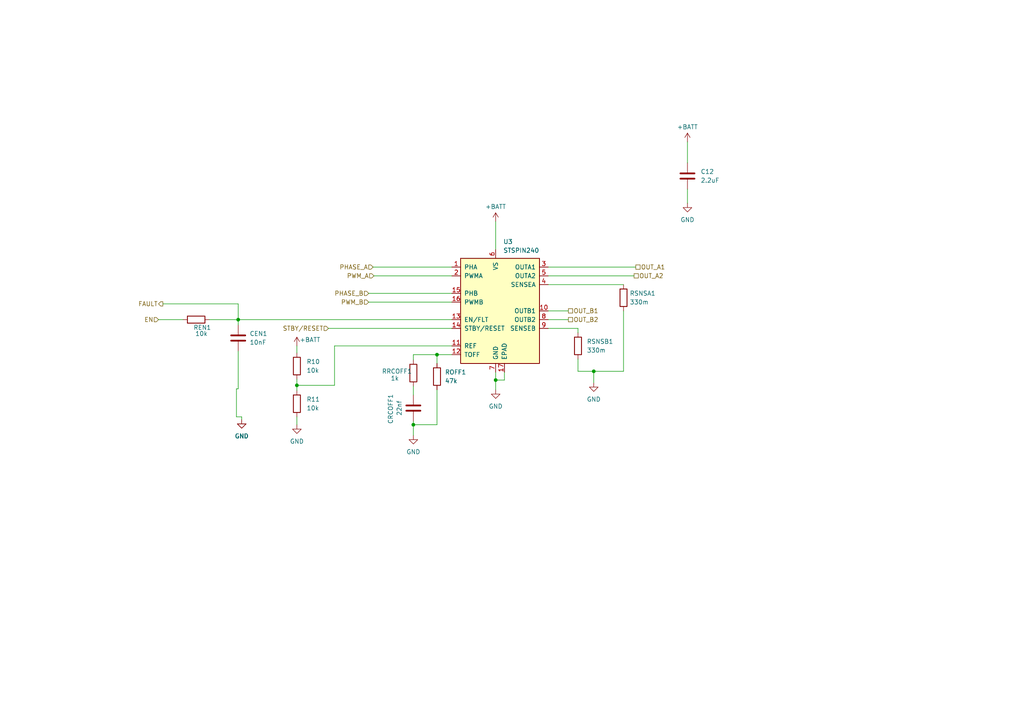
<source format=kicad_sch>
(kicad_sch (version 20230121) (generator eeschema)
  (paper "A4")
  (lib_symbols
    (symbol "Device:C" (pin_numbers hide) (pin_names (offset 0.254))
      (property "Reference" "C" (at 0.635 2.54 0))
      (property "Value" "C" (at 0.635 -2.54 0))
      (symbol "C_0_1"
        (polyline (pts (xy -2.032 -0.762) (xy 2.032 -0.762)) (stroke (width 0.508)))
        (polyline (pts (xy -2.032 0.762) (xy 2.032 0.762)) (stroke (width 0.508)))
      )
      (symbol "C_1_1"
        (pin passive line (at 0 3.81 270) (length 2.794) (name "~") (number "1"))
        (pin passive line (at 0 -3.81 90) (length 2.794) (name "~") (number "2"))
      )
    )
    (symbol "Device:R" (pin_numbers hide) (pin_names (offset 0))
      (property "Reference" "R" (at 2.032 0 90))
      (property "Value" "R" (at 0 0 90))
      (symbol "R_0_1"
        (rectangle (start -1.016 -2.54) (end 1.016 2.54) (stroke (width 0.254)))
      )
      (symbol "R_1_1"
        (pin passive line (at 0 3.81 270) (length 1.27) (name "~") (number "1"))
        (pin passive line (at 0 -3.81 90) (length 1.27) (name "~") (number "2"))
      )
    )
    (symbol "Driver_Motor:STSPIN240" (pin_names (offset 1.016))
      (property "Reference" "U" (at -10.16 16.51 0))
      (property "Value" "STSPIN240" (at 5.08 16.51 0))
      (symbol "STSPIN240_0_1"
        (rectangle (start -10.16 15.24) (end 12.7 -15.24) (stroke (width 0.254)) (fill (type background)))
      )
      (symbol "STSPIN240_1_1"
        (pin input line (at -12.7 12.7 0) (length 2.54) (name "PHA") (number "1"))
        (pin power_out line (at 15.24 0 180) (length 2.54) (name "OUTB1") (number "10"))
        (pin input line (at -12.7 -10.16 0) (length 2.54) (name "REF") (number "11"))
        (pin input line (at -12.7 -12.7 0) (length 2.54) (name "TOFF") (number "12"))
        (pin bidirectional line (at -12.7 -2.54 0) (length 2.54) (name "EN/FLT") (number "13"))
        (pin input line (at -12.7 -5.08 0) (length 2.54) (name "STBY/RESET") (number "14"))
        (pin input line (at -12.7 5.08 0) (length 2.54) (name "PHB") (number "15"))
        (pin input line (at -12.7 2.54 0) (length 2.54) (name "PWMB") (number "16"))
        (pin power_in line (at 2.54 -17.78 90) (length 2.54) (name "EPAD") (number "17"))
        (pin input line (at -12.7 10.16 0) (length 2.54) (name "PWMA") (number "2"))
        (pin power_out line (at 15.24 12.7 180) (length 2.54) (name "OUTA1") (number "3"))
        (pin power_out line (at 15.24 7.62 180) (length 2.54) (name "SENSEA") (number "4"))
        (pin power_out line (at 15.24 10.16 180) (length 2.54) (name "OUTA2") (number "5"))
        (pin power_in line (at 0 17.78 270) (length 2.54) (name "VS") (number "6"))
        (pin power_in line (at 0 -17.78 90) (length 2.54) (name "GND") (number "7"))
        (pin power_out line (at 15.24 -2.54 180) (length 2.54) (name "OUTB2") (number "8"))
        (pin power_out line (at 15.24 -5.08 180) (length 2.54) (name "SENSEB") (number "9"))
      )
    )
    (symbol "power:+BATT" (power) (pin_names (offset 0))
      (property "Value" "+BATT" (at 0 3.556 0))
      (symbol "+BATT_0_1"
        (polyline (pts (xy -0.762 1.27) (xy 0 2.54)))
        (polyline (pts (xy 0 0) (xy 0 2.54)))
        (polyline (pts (xy 0 2.54) (xy 0.762 1.27)))
      )
      (symbol "+BATT_1_1"
        (pin power_in line (at 0 0 90) (length 0) hide (name "+BATT") (number "1"))
      )
    )
    (symbol "power:GND" (power) (pin_names (offset 0))
      (property "Value" "GND" (at 0 -3.81 0))
      (symbol "GND_0_1"
        (polyline (pts (xy 0 0) (xy 0 -1.27) (xy 1.27 -1.27) (xy 0 -2.54) (xy -1.27 -1.27) (xy 0 -1.27)))
      )
      (symbol "GND_1_1"
        (pin power_in line (at 0 0 270) (length 0) hide (name "GND") (number "1"))
      )
    )
  )
  (junction (at 143.764 110.236))
  (junction (at 172.212 107.696))
  (junction (at 86.106 111.76))
  (junction (at 126.746 102.87))
  (junction (at 69.088 92.71))
  (junction (at 119.888 123.19))
  (wire (pts (xy 143.764 107.95) (xy 143.764 110.236)))
  (wire (pts (xy 126.746 102.87) (xy 131.064 102.87)))
  (wire (pts (xy 69.088 112.776) (xy 69.088 101.854)))
  (wire (pts (xy 172.212 107.696) (xy 167.64 107.696)))
  (wire (pts (xy 146.304 110.236) (xy 143.764 110.236)))
  (wire (pts (xy 159.004 77.47) (xy 184.404 77.47)))
  (wire (pts (xy 159.004 90.17) (xy 164.846 90.17)))
  (wire (pts (xy 119.888 122.174) (xy 119.888 123.19)))
  (wire (pts (xy 131.064 100.33) (xy 97.028 100.33)))
  (wire (pts (xy 146.304 107.95) (xy 146.304 110.236)))
  (wire (pts (xy 108.204 77.47) (xy 131.064 77.47)))
  (wire (pts (xy 106.934 85.09) (xy 131.064 85.09)))
  (wire (pts (xy 70.104 120.904) (xy 68.58 120.904)))
  (wire (pts (xy 106.934 87.63) (xy 131.064 87.63)))
  (wire (pts (xy 159.004 80.01) (xy 183.896 80.01)))
  (wire (pts (xy 69.088 92.71) (xy 131.064 92.71)))
  (wire (pts (xy 86.106 100.33) (xy 86.106 102.362)))
  (wire (pts (xy 199.39 41.148) (xy 199.39 47.244)))
  (wire (pts (xy 97.028 100.33) (xy 97.028 111.76)))
  (wire (pts (xy 159.004 92.71) (xy 164.846 92.71)))
  (wire (pts (xy 47.244 88.138) (xy 69.088 88.138)))
  (wire (pts (xy 119.888 112.014) (xy 119.888 114.554)))
  (wire (pts (xy 68.58 112.776) (xy 69.088 112.776)))
  (wire (pts (xy 95.25 95.25) (xy 131.064 95.25)))
  (wire (pts (xy 69.088 88.138) (xy 69.088 92.71)))
  (wire (pts (xy 68.58 120.904) (xy 68.58 112.776)))
  (wire (pts (xy 119.888 104.394) (xy 119.888 102.87)))
  (wire (pts (xy 199.39 54.864) (xy 199.39 58.928)))
  (wire (pts (xy 172.212 107.696) (xy 172.212 110.998)))
  (wire (pts (xy 119.888 102.87) (xy 126.746 102.87)))
  (wire (pts (xy 143.764 110.236) (xy 143.764 113.03)))
  (wire (pts (xy 119.888 123.19) (xy 119.888 126.238)))
  (wire (pts (xy 126.746 113.03) (xy 126.746 123.19)))
  (wire (pts (xy 159.004 95.25) (xy 167.64 95.25)))
  (wire (pts (xy 108.458 80.01) (xy 131.064 80.01)))
  (wire (pts (xy 126.746 123.19) (xy 119.888 123.19)))
  (wire (pts (xy 86.106 109.982) (xy 86.106 111.76)))
  (wire (pts (xy 86.106 111.76) (xy 86.106 113.284)))
  (wire (pts (xy 180.848 107.696) (xy 172.212 107.696)))
  (wire (pts (xy 167.64 95.25) (xy 167.64 96.52)))
  (wire (pts (xy 167.64 104.14) (xy 167.64 107.696)))
  (wire (pts (xy 45.974 92.71) (xy 53.086 92.71)))
  (wire (pts (xy 69.088 94.234) (xy 69.088 92.71)))
  (wire (pts (xy 70.104 120.904) (xy 70.104 121.666)))
  (wire (pts (xy 126.746 102.87) (xy 126.746 105.41)))
  (wire (pts (xy 180.848 90.17) (xy 180.848 107.696)))
  (wire (pts (xy 97.028 111.76) (xy 86.106 111.76)))
  (wire (pts (xy 159.004 82.55) (xy 180.848 82.55)))
  (wire (pts (xy 86.106 120.904) (xy 86.106 123.19)))
  (wire (pts (xy 60.706 92.71) (xy 69.088 92.71)))
  (wire (pts (xy 143.764 64.262) (xy 143.764 72.39)))
  (hierarchical_label "PHASE_A" (shape input) (at 108.204 77.47 180))
  (hierarchical_label "OUT_A2" (shape passive) (at 183.896 80.01 0))
  (hierarchical_label "PWM_A" (shape input) (at 108.458 80.01 180))
  (hierarchical_label "FAULT" (shape output) (at 47.244 88.138 180))
  (hierarchical_label "PHASE_B" (shape input) (at 106.934 85.09 180))
  (hierarchical_label "PWM_B" (shape input) (at 106.934 87.63 180))
  (hierarchical_label "OUT_B2" (shape passive) (at 164.846 92.71 0))
  (hierarchical_label "OUT_A1" (shape passive) (at 184.404 77.47 0))
  (hierarchical_label "OUT_B1" (shape passive) (at 164.846 90.17 0))
  (hierarchical_label "STBY{slash}RESET" (shape input) (at 95.25 95.25 180))
  (hierarchical_label "EN" (shape input) (at 45.974 92.71 180))
  (symbol (lib_id "Device:R") (at 119.888 108.204 0) (unit 1)
    (property "Reference" "RRCOFF1" (at 110.744 107.696 0) (effects (justify left)))
    (property "Value" "1k" (at 113.284 109.728 0) (effects (justify left)))
    (property "Footprint" "Resistor_SMD:R_0603_1608Metric" (effects hide))
  )
  (symbol (lib_id "Device:C") (at 199.39 51.054 0) (unit 1)
    (property "Reference" "C12" (at 203.2 49.784 0) (effects (justify left)))
    (property "Value" "2.2uF" (at 203.2 52.324 0) (effects (justify left)))
    (property "Footprint" "Capacitor_SMD:C_0603_1608Metric" (effects hide))
  )
  (symbol (lib_id "Device:R") (at 167.64 100.33 180) (unit 1)
    (property "Reference" "RSNSB1" (at 170.18 99.06 0) (effects (justify right)))
    (property "Value" "330m" (at 170.18 101.6 0) (effects (justify right)))
    (property "Footprint" "Resistor_SMD:R_0603_1608Metric" (effects hide))
  )
  (symbol (lib_id "Device:R") (at 86.106 106.172 0) (unit 1)
    (property "Reference" "R10" (at 88.9 104.902 0) (effects (justify left)))
    (property "Value" "10k" (at 88.9 107.442 0) (effects (justify left)))
    (property "Footprint" "Resistor_SMD:R_0603_1608Metric" (effects hide))
  )
  (symbol (lib_id "power:GND") (at 70.104 121.666 0) (unit 1)
    (property "Reference" "#PWR018" (effects hide))
    (property "Value" "GND" (at 70.104 126.492 0))
  )
  (symbol (lib_id "power:GND") (at 119.888 126.238 0) (unit 1)
    (property "Reference" "#PWR013" (effects hide))
    (property "Value" "GND" (at 119.888 131.064 0))
  )
  (symbol (lib_id "power:+BATT") (at 143.764 64.262 0) (unit 1)
    (property "Reference" "#PWR010" (effects hide))
    (property "Value" "+BATT" (at 143.764 59.944 0))
  )
  (symbol (lib_id "Device:R") (at 56.896 92.71 90) (unit 1)
    (property "Reference" "REN1" (at 58.674 94.996 90))
    (property "Value" "10k" (at 58.42 96.774 90))
    (property "Footprint" "Resistor_SMD:R_0603_1608Metric" (effects hide))
  )
  (symbol (lib_id "power:GND") (at 199.39 58.928 0) (unit 1)
    (property "Reference" "#PWR017" (effects hide))
    (property "Value" "GND" (at 199.39 63.754 0))
  )
  (symbol (lib_id "Device:R") (at 86.106 117.094 0) (unit 1)
    (property "Reference" "R11" (at 88.9 115.824 0) (effects (justify left)))
    (property "Value" "10k" (at 88.9 118.364 0) (effects (justify left)))
    (property "Footprint" "Resistor_SMD:R_0603_1608Metric" (effects hide))
  )
  (symbol (lib_id "power:GND") (at 70.104 121.666 0) (unit 1)
    (property "Reference" "#PWR019" (effects hide))
    (property "Value" "GND" (at 70.104 126.492 0))
  )
  (symbol (lib_id "power:GND") (at 86.106 123.19 0) (unit 1)
    (property "Reference" "#PWR015" (effects hide))
    (property "Value" "GND" (at 86.106 128.016 0))
  )
  (symbol (lib_id "Device:C") (at 69.088 98.044 0) (unit 1)
    (property "Reference" "CEN1" (at 72.39 96.774 0) (effects (justify left)))
    (property "Value" "10nF" (at 72.39 99.314 0) (effects (justify left)))
    (property "Footprint" "Capacitor_SMD:C_0603_1608Metric" (effects hide))
  )
  (symbol (lib_id "Device:C") (at 119.888 118.364 0) (unit 1)
    (property "Reference" "CRCOFF1" (at 113.284 118.618 90))
    (property "Value" "22nf" (at 115.824 118.364 90))
    (property "Footprint" "Capacitor_SMD:C_0603_1608Metric" (effects hide))
  )
  (symbol (lib_id "power:+BATT") (at 86.106 100.33 0) (unit 1)
    (property "Reference" "#PWR09" (effects hide))
    (property "Value" "+BATT" (at 89.916 98.552 0))
  )
  (symbol (lib_id "Driver_Motor:STSPIN240") (at 143.764 90.17 0) (unit 1)
    (property "Reference" "U3" (at 145.9581 70.104 0) (effects (justify left)))
    (property "Value" "STSPIN240" (at 145.9581 72.644 0) (effects (justify left)))
    (property "Footprint" "Package_DFN_QFN:VQFN-16-1EP_3x3mm_P0.5mm_EP1.8x1.8mm" (effects hide))
    (property "Datasheet" "www.st.com/resource/en/datasheet/stspin240.pdf" (effects hide))
  )
  (symbol (lib_id "Device:R") (at 126.746 109.22 0) (unit 1)
    (property "Reference" "ROFF1" (at 129.032 107.95 0) (effects (justify left)))
    (property "Value" "47k" (at 129.032 110.49 0) (effects (justify left)))
    (property "Footprint" "Resistor_SMD:R_0603_1608Metric" (effects hide))
  )
  (symbol (lib_id "power:GND") (at 143.764 113.03 0) (unit 1)
    (property "Reference" "#PWR08" (effects hide))
    (property "Value" "GND" (at 143.764 117.856 0))
  )
  (symbol (lib_id "power:+BATT") (at 199.39 41.148 0) (unit 1)
    (property "Reference" "#PWR016" (effects hide))
    (property "Value" "+BATT" (at 199.39 36.83 0))
  )
  (symbol (lib_id "Device:R") (at 180.848 86.36 0) (unit 1)
    (property "Reference" "RSNSA1" (at 182.626 85.09 0) (effects (justify left)))
    (property "Value" "330m" (at 182.626 87.63 0) (effects (justify left)))
    (property "Footprint" "Resistor_SMD:R_0603_1608Metric" (effects hide))
  )
  (symbol (lib_id "power:GND") (at 172.212 110.998 0) (unit 1)
    (property "Reference" "#PWR012" (effects hide))
    (property "Value" "GND" (at 172.212 115.824 0))
  )
)
</source>
